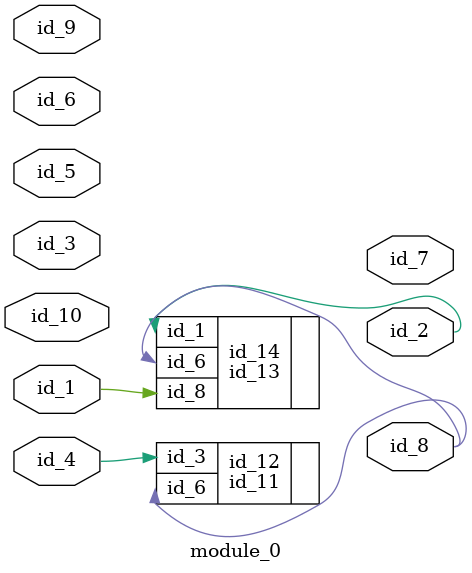
<source format=v>
module module_0 (
    id_1,
    id_2,
    id_3,
    id_4,
    id_5,
    id_6,
    id_7,
    id_8,
    id_9,
    id_10
);
  input id_10;
  input id_9;
  output id_8;
  output id_7;
  input id_6;
  input id_5;
  input id_4;
  input id_3;
  output id_2;
  input id_1;
  id_11 id_12 (
      .id_3(id_4),
      .id_6(id_8)
  );
  id_13 id_14 (
      .id_1(id_2),
      .id_6(id_8),
      .id_8(id_1)
  );
  id_15 id_16 (
      .id_5 (id_10),
      .id_10(id_10)
  );
endmodule

</source>
